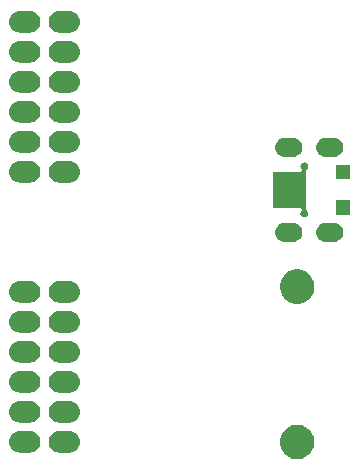
<source format=gbs>
G04 #@! TF.GenerationSoftware,KiCad,Pcbnew,5.1.1*
G04 #@! TF.CreationDate,2019-05-05T16:22:27-07:00*
G04 #@! TF.ProjectId,pmod-usb-analyser-openvizla,706d6f64-2d75-4736-922d-616e616c7973,rev?*
G04 #@! TF.SameCoordinates,PX26449c8PY4c8cf18*
G04 #@! TF.FileFunction,Soldermask,Bot*
G04 #@! TF.FilePolarity,Negative*
%FSLAX46Y46*%
G04 Gerber Fmt 4.6, Leading zero omitted, Abs format (unit mm)*
G04 Created by KiCad (PCBNEW 5.1.1) date 2019-05-05 16:22:27*
%MOMM*%
%LPD*%
G04 APERTURE LIST*
%ADD10C,0.100000*%
G04 APERTURE END LIST*
D10*
G36*
X26141349Y4199547D02*
G01*
X26407178Y4089437D01*
X26407180Y4089436D01*
X26646421Y3929580D01*
X26849879Y3726122D01*
X27009735Y3486881D01*
X27009736Y3486879D01*
X27119846Y3221050D01*
X27175979Y2938848D01*
X27175979Y2651112D01*
X27119846Y2368910D01*
X27009736Y2103081D01*
X27009735Y2103079D01*
X26849879Y1863838D01*
X26646421Y1660380D01*
X26407180Y1500524D01*
X26407179Y1500523D01*
X26407178Y1500523D01*
X26141349Y1390413D01*
X25859147Y1334280D01*
X25571411Y1334280D01*
X25289209Y1390413D01*
X25023380Y1500523D01*
X25023379Y1500523D01*
X25023378Y1500524D01*
X24784137Y1660380D01*
X24580679Y1863838D01*
X24420823Y2103079D01*
X24420822Y2103081D01*
X24310712Y2368910D01*
X24254579Y2651112D01*
X24254579Y2938848D01*
X24310712Y3221050D01*
X24420822Y3486879D01*
X24420823Y3486881D01*
X24580679Y3726122D01*
X24784137Y3929580D01*
X25023378Y4089436D01*
X25023380Y4089437D01*
X25289209Y4199547D01*
X25571411Y4255680D01*
X25859147Y4255680D01*
X26141349Y4199547D01*
X26141349Y4199547D01*
G37*
G36*
X6523523Y3693561D02*
G01*
X6589707Y3687043D01*
X6759546Y3635523D01*
X6916071Y3551858D01*
X6951809Y3522528D01*
X7053266Y3439266D01*
X7136528Y3337809D01*
X7165858Y3302071D01*
X7249523Y3145546D01*
X7301043Y2975707D01*
X7318439Y2799080D01*
X7301043Y2622453D01*
X7249523Y2452614D01*
X7165858Y2296089D01*
X7136528Y2260351D01*
X7053266Y2158894D01*
X6951809Y2075632D01*
X6916071Y2046302D01*
X6759546Y1962637D01*
X6589707Y1911117D01*
X6523523Y1904599D01*
X6457340Y1898080D01*
X5528820Y1898080D01*
X5462637Y1904599D01*
X5396453Y1911117D01*
X5226614Y1962637D01*
X5070089Y2046302D01*
X5034351Y2075632D01*
X4932894Y2158894D01*
X4849632Y2260351D01*
X4820302Y2296089D01*
X4736637Y2452614D01*
X4685117Y2622453D01*
X4667721Y2799080D01*
X4685117Y2975707D01*
X4736637Y3145546D01*
X4820302Y3302071D01*
X4849632Y3337809D01*
X4932894Y3439266D01*
X5034351Y3522528D01*
X5070089Y3551858D01*
X5226614Y3635523D01*
X5396453Y3687043D01*
X5462637Y3693561D01*
X5528820Y3700080D01*
X6457340Y3700080D01*
X6523523Y3693561D01*
X6523523Y3693561D01*
G37*
G36*
X3183523Y3693561D02*
G01*
X3249707Y3687043D01*
X3419546Y3635523D01*
X3576071Y3551858D01*
X3611809Y3522528D01*
X3713266Y3439266D01*
X3796528Y3337809D01*
X3825858Y3302071D01*
X3909523Y3145546D01*
X3961043Y2975707D01*
X3978439Y2799080D01*
X3961043Y2622453D01*
X3909523Y2452614D01*
X3825858Y2296089D01*
X3796528Y2260351D01*
X3713266Y2158894D01*
X3611809Y2075632D01*
X3576071Y2046302D01*
X3419546Y1962637D01*
X3249707Y1911117D01*
X3183523Y1904599D01*
X3117340Y1898080D01*
X2188820Y1898080D01*
X2122637Y1904599D01*
X2056453Y1911117D01*
X1886614Y1962637D01*
X1730089Y2046302D01*
X1694351Y2075632D01*
X1592894Y2158894D01*
X1509632Y2260351D01*
X1480302Y2296089D01*
X1396637Y2452614D01*
X1345117Y2622453D01*
X1327721Y2799080D01*
X1345117Y2975707D01*
X1396637Y3145546D01*
X1480302Y3302071D01*
X1509632Y3337809D01*
X1592894Y3439266D01*
X1694351Y3522528D01*
X1730089Y3551858D01*
X1886614Y3635523D01*
X2056453Y3687043D01*
X2122637Y3693561D01*
X2188820Y3700080D01*
X3117340Y3700080D01*
X3183523Y3693561D01*
X3183523Y3693561D01*
G37*
G36*
X6523522Y6233562D02*
G01*
X6589707Y6227043D01*
X6759546Y6175523D01*
X6916071Y6091858D01*
X6951809Y6062528D01*
X7053266Y5979266D01*
X7136528Y5877809D01*
X7165858Y5842071D01*
X7249523Y5685546D01*
X7301043Y5515707D01*
X7318439Y5339080D01*
X7301043Y5162453D01*
X7249523Y4992614D01*
X7165858Y4836089D01*
X7136528Y4800351D01*
X7053266Y4698894D01*
X6951809Y4615632D01*
X6916071Y4586302D01*
X6759546Y4502637D01*
X6589707Y4451117D01*
X6523522Y4444598D01*
X6457340Y4438080D01*
X5528820Y4438080D01*
X5462638Y4444598D01*
X5396453Y4451117D01*
X5226614Y4502637D01*
X5070089Y4586302D01*
X5034351Y4615632D01*
X4932894Y4698894D01*
X4849632Y4800351D01*
X4820302Y4836089D01*
X4736637Y4992614D01*
X4685117Y5162453D01*
X4667721Y5339080D01*
X4685117Y5515707D01*
X4736637Y5685546D01*
X4820302Y5842071D01*
X4849632Y5877809D01*
X4932894Y5979266D01*
X5034351Y6062528D01*
X5070089Y6091858D01*
X5226614Y6175523D01*
X5396453Y6227043D01*
X5462638Y6233562D01*
X5528820Y6240080D01*
X6457340Y6240080D01*
X6523522Y6233562D01*
X6523522Y6233562D01*
G37*
G36*
X3183522Y6233562D02*
G01*
X3249707Y6227043D01*
X3419546Y6175523D01*
X3576071Y6091858D01*
X3611809Y6062528D01*
X3713266Y5979266D01*
X3796528Y5877809D01*
X3825858Y5842071D01*
X3909523Y5685546D01*
X3961043Y5515707D01*
X3978439Y5339080D01*
X3961043Y5162453D01*
X3909523Y4992614D01*
X3825858Y4836089D01*
X3796528Y4800351D01*
X3713266Y4698894D01*
X3611809Y4615632D01*
X3576071Y4586302D01*
X3419546Y4502637D01*
X3249707Y4451117D01*
X3183522Y4444598D01*
X3117340Y4438080D01*
X2188820Y4438080D01*
X2122638Y4444598D01*
X2056453Y4451117D01*
X1886614Y4502637D01*
X1730089Y4586302D01*
X1694351Y4615632D01*
X1592894Y4698894D01*
X1509632Y4800351D01*
X1480302Y4836089D01*
X1396637Y4992614D01*
X1345117Y5162453D01*
X1327721Y5339080D01*
X1345117Y5515707D01*
X1396637Y5685546D01*
X1480302Y5842071D01*
X1509632Y5877809D01*
X1592894Y5979266D01*
X1694351Y6062528D01*
X1730089Y6091858D01*
X1886614Y6175523D01*
X2056453Y6227043D01*
X2122638Y6233562D01*
X2188820Y6240080D01*
X3117340Y6240080D01*
X3183522Y6233562D01*
X3183522Y6233562D01*
G37*
G36*
X3183523Y8773561D02*
G01*
X3249707Y8767043D01*
X3419546Y8715523D01*
X3576071Y8631858D01*
X3611809Y8602528D01*
X3713266Y8519266D01*
X3796528Y8417809D01*
X3825858Y8382071D01*
X3909523Y8225546D01*
X3961043Y8055707D01*
X3978439Y7879080D01*
X3961043Y7702453D01*
X3909523Y7532614D01*
X3825858Y7376089D01*
X3796528Y7340351D01*
X3713266Y7238894D01*
X3611809Y7155632D01*
X3576071Y7126302D01*
X3419546Y7042637D01*
X3249707Y6991117D01*
X3183523Y6984599D01*
X3117340Y6978080D01*
X2188820Y6978080D01*
X2122637Y6984599D01*
X2056453Y6991117D01*
X1886614Y7042637D01*
X1730089Y7126302D01*
X1694351Y7155632D01*
X1592894Y7238894D01*
X1509632Y7340351D01*
X1480302Y7376089D01*
X1396637Y7532614D01*
X1345117Y7702453D01*
X1327721Y7879080D01*
X1345117Y8055707D01*
X1396637Y8225546D01*
X1480302Y8382071D01*
X1509632Y8417809D01*
X1592894Y8519266D01*
X1694351Y8602528D01*
X1730089Y8631858D01*
X1886614Y8715523D01*
X2056453Y8767043D01*
X2122637Y8773561D01*
X2188820Y8780080D01*
X3117340Y8780080D01*
X3183523Y8773561D01*
X3183523Y8773561D01*
G37*
G36*
X6523523Y8773561D02*
G01*
X6589707Y8767043D01*
X6759546Y8715523D01*
X6916071Y8631858D01*
X6951809Y8602528D01*
X7053266Y8519266D01*
X7136528Y8417809D01*
X7165858Y8382071D01*
X7249523Y8225546D01*
X7301043Y8055707D01*
X7318439Y7879080D01*
X7301043Y7702453D01*
X7249523Y7532614D01*
X7165858Y7376089D01*
X7136528Y7340351D01*
X7053266Y7238894D01*
X6951809Y7155632D01*
X6916071Y7126302D01*
X6759546Y7042637D01*
X6589707Y6991117D01*
X6523523Y6984599D01*
X6457340Y6978080D01*
X5528820Y6978080D01*
X5462637Y6984599D01*
X5396453Y6991117D01*
X5226614Y7042637D01*
X5070089Y7126302D01*
X5034351Y7155632D01*
X4932894Y7238894D01*
X4849632Y7340351D01*
X4820302Y7376089D01*
X4736637Y7532614D01*
X4685117Y7702453D01*
X4667721Y7879080D01*
X4685117Y8055707D01*
X4736637Y8225546D01*
X4820302Y8382071D01*
X4849632Y8417809D01*
X4932894Y8519266D01*
X5034351Y8602528D01*
X5070089Y8631858D01*
X5226614Y8715523D01*
X5396453Y8767043D01*
X5462637Y8773561D01*
X5528820Y8780080D01*
X6457340Y8780080D01*
X6523523Y8773561D01*
X6523523Y8773561D01*
G37*
G36*
X6523523Y11313561D02*
G01*
X6589707Y11307043D01*
X6759546Y11255523D01*
X6916071Y11171858D01*
X6951809Y11142528D01*
X7053266Y11059266D01*
X7136528Y10957809D01*
X7165858Y10922071D01*
X7249523Y10765546D01*
X7301043Y10595707D01*
X7318439Y10419080D01*
X7301043Y10242453D01*
X7249523Y10072614D01*
X7165858Y9916089D01*
X7136528Y9880351D01*
X7053266Y9778894D01*
X6951809Y9695632D01*
X6916071Y9666302D01*
X6759546Y9582637D01*
X6589707Y9531117D01*
X6523523Y9524599D01*
X6457340Y9518080D01*
X5528820Y9518080D01*
X5462637Y9524599D01*
X5396453Y9531117D01*
X5226614Y9582637D01*
X5070089Y9666302D01*
X5034351Y9695632D01*
X4932894Y9778894D01*
X4849632Y9880351D01*
X4820302Y9916089D01*
X4736637Y10072614D01*
X4685117Y10242453D01*
X4667721Y10419080D01*
X4685117Y10595707D01*
X4736637Y10765546D01*
X4820302Y10922071D01*
X4849632Y10957809D01*
X4932894Y11059266D01*
X5034351Y11142528D01*
X5070089Y11171858D01*
X5226614Y11255523D01*
X5396453Y11307043D01*
X5462637Y11313561D01*
X5528820Y11320080D01*
X6457340Y11320080D01*
X6523523Y11313561D01*
X6523523Y11313561D01*
G37*
G36*
X3183523Y11313561D02*
G01*
X3249707Y11307043D01*
X3419546Y11255523D01*
X3576071Y11171858D01*
X3611809Y11142528D01*
X3713266Y11059266D01*
X3796528Y10957809D01*
X3825858Y10922071D01*
X3909523Y10765546D01*
X3961043Y10595707D01*
X3978439Y10419080D01*
X3961043Y10242453D01*
X3909523Y10072614D01*
X3825858Y9916089D01*
X3796528Y9880351D01*
X3713266Y9778894D01*
X3611809Y9695632D01*
X3576071Y9666302D01*
X3419546Y9582637D01*
X3249707Y9531117D01*
X3183523Y9524599D01*
X3117340Y9518080D01*
X2188820Y9518080D01*
X2122637Y9524599D01*
X2056453Y9531117D01*
X1886614Y9582637D01*
X1730089Y9666302D01*
X1694351Y9695632D01*
X1592894Y9778894D01*
X1509632Y9880351D01*
X1480302Y9916089D01*
X1396637Y10072614D01*
X1345117Y10242453D01*
X1327721Y10419080D01*
X1345117Y10595707D01*
X1396637Y10765546D01*
X1480302Y10922071D01*
X1509632Y10957809D01*
X1592894Y11059266D01*
X1694351Y11142528D01*
X1730089Y11171858D01*
X1886614Y11255523D01*
X2056453Y11307043D01*
X2122637Y11313561D01*
X2188820Y11320080D01*
X3117340Y11320080D01*
X3183523Y11313561D01*
X3183523Y11313561D01*
G37*
G36*
X6523523Y13853561D02*
G01*
X6589707Y13847043D01*
X6759546Y13795523D01*
X6916071Y13711858D01*
X6951809Y13682528D01*
X7053266Y13599266D01*
X7136528Y13497809D01*
X7165858Y13462071D01*
X7249523Y13305546D01*
X7301043Y13135707D01*
X7318439Y12959080D01*
X7301043Y12782453D01*
X7249523Y12612614D01*
X7165858Y12456089D01*
X7136528Y12420351D01*
X7053266Y12318894D01*
X6951809Y12235632D01*
X6916071Y12206302D01*
X6759546Y12122637D01*
X6589707Y12071117D01*
X6523523Y12064599D01*
X6457340Y12058080D01*
X5528820Y12058080D01*
X5462637Y12064599D01*
X5396453Y12071117D01*
X5226614Y12122637D01*
X5070089Y12206302D01*
X5034351Y12235632D01*
X4932894Y12318894D01*
X4849632Y12420351D01*
X4820302Y12456089D01*
X4736637Y12612614D01*
X4685117Y12782453D01*
X4667721Y12959080D01*
X4685117Y13135707D01*
X4736637Y13305546D01*
X4820302Y13462071D01*
X4849632Y13497809D01*
X4932894Y13599266D01*
X5034351Y13682528D01*
X5070089Y13711858D01*
X5226614Y13795523D01*
X5396453Y13847043D01*
X5462637Y13853561D01*
X5528820Y13860080D01*
X6457340Y13860080D01*
X6523523Y13853561D01*
X6523523Y13853561D01*
G37*
G36*
X3183523Y13853561D02*
G01*
X3249707Y13847043D01*
X3419546Y13795523D01*
X3576071Y13711858D01*
X3611809Y13682528D01*
X3713266Y13599266D01*
X3796528Y13497809D01*
X3825858Y13462071D01*
X3909523Y13305546D01*
X3961043Y13135707D01*
X3978439Y12959080D01*
X3961043Y12782453D01*
X3909523Y12612614D01*
X3825858Y12456089D01*
X3796528Y12420351D01*
X3713266Y12318894D01*
X3611809Y12235632D01*
X3576071Y12206302D01*
X3419546Y12122637D01*
X3249707Y12071117D01*
X3183523Y12064599D01*
X3117340Y12058080D01*
X2188820Y12058080D01*
X2122637Y12064599D01*
X2056453Y12071117D01*
X1886614Y12122637D01*
X1730089Y12206302D01*
X1694351Y12235632D01*
X1592894Y12318894D01*
X1509632Y12420351D01*
X1480302Y12456089D01*
X1396637Y12612614D01*
X1345117Y12782453D01*
X1327721Y12959080D01*
X1345117Y13135707D01*
X1396637Y13305546D01*
X1480302Y13462071D01*
X1509632Y13497809D01*
X1592894Y13599266D01*
X1694351Y13682528D01*
X1730089Y13711858D01*
X1886614Y13795523D01*
X2056453Y13847043D01*
X2122637Y13853561D01*
X2188820Y13860080D01*
X3117340Y13860080D01*
X3183523Y13853561D01*
X3183523Y13853561D01*
G37*
G36*
X26141349Y17339547D02*
G01*
X26407178Y17229437D01*
X26407180Y17229436D01*
X26646421Y17069580D01*
X26849879Y16866122D01*
X26849880Y16866120D01*
X27009736Y16626879D01*
X27119846Y16361050D01*
X27175979Y16078848D01*
X27175979Y15791112D01*
X27119846Y15508910D01*
X27042613Y15322453D01*
X27009735Y15243079D01*
X26849879Y15003838D01*
X26646421Y14800380D01*
X26407180Y14640524D01*
X26407179Y14640523D01*
X26407178Y14640523D01*
X26141349Y14530413D01*
X25859147Y14474280D01*
X25571411Y14474280D01*
X25289209Y14530413D01*
X25023380Y14640523D01*
X25023379Y14640523D01*
X25023378Y14640524D01*
X24784137Y14800380D01*
X24580679Y15003838D01*
X24420823Y15243079D01*
X24387945Y15322453D01*
X24310712Y15508910D01*
X24254579Y15791112D01*
X24254579Y16078848D01*
X24310712Y16361050D01*
X24420822Y16626879D01*
X24580678Y16866120D01*
X24580679Y16866122D01*
X24784137Y17069580D01*
X25023378Y17229436D01*
X25023380Y17229437D01*
X25289209Y17339547D01*
X25571411Y17395680D01*
X25859147Y17395680D01*
X26141349Y17339547D01*
X26141349Y17339547D01*
G37*
G36*
X6523522Y16393562D02*
G01*
X6589707Y16387043D01*
X6759546Y16335523D01*
X6916071Y16251858D01*
X6951809Y16222528D01*
X7053266Y16139266D01*
X7136528Y16037809D01*
X7165858Y16002071D01*
X7249523Y15845546D01*
X7301043Y15675707D01*
X7318439Y15499080D01*
X7301043Y15322453D01*
X7249523Y15152614D01*
X7165858Y14996089D01*
X7136528Y14960351D01*
X7053266Y14858894D01*
X6981965Y14800380D01*
X6916071Y14746302D01*
X6759546Y14662637D01*
X6589707Y14611117D01*
X6523522Y14604598D01*
X6457340Y14598080D01*
X5528820Y14598080D01*
X5462638Y14604598D01*
X5396453Y14611117D01*
X5226614Y14662637D01*
X5070089Y14746302D01*
X5004195Y14800380D01*
X4932894Y14858894D01*
X4849632Y14960351D01*
X4820302Y14996089D01*
X4736637Y15152614D01*
X4685117Y15322453D01*
X4667721Y15499080D01*
X4685117Y15675707D01*
X4736637Y15845546D01*
X4820302Y16002071D01*
X4849632Y16037809D01*
X4932894Y16139266D01*
X5034351Y16222528D01*
X5070089Y16251858D01*
X5226614Y16335523D01*
X5396453Y16387043D01*
X5462638Y16393562D01*
X5528820Y16400080D01*
X6457340Y16400080D01*
X6523522Y16393562D01*
X6523522Y16393562D01*
G37*
G36*
X3183522Y16393562D02*
G01*
X3249707Y16387043D01*
X3419546Y16335523D01*
X3576071Y16251858D01*
X3611809Y16222528D01*
X3713266Y16139266D01*
X3796528Y16037809D01*
X3825858Y16002071D01*
X3909523Y15845546D01*
X3961043Y15675707D01*
X3978439Y15499080D01*
X3961043Y15322453D01*
X3909523Y15152614D01*
X3825858Y14996089D01*
X3796528Y14960351D01*
X3713266Y14858894D01*
X3641965Y14800380D01*
X3576071Y14746302D01*
X3419546Y14662637D01*
X3249707Y14611117D01*
X3183522Y14604598D01*
X3117340Y14598080D01*
X2188820Y14598080D01*
X2122638Y14604598D01*
X2056453Y14611117D01*
X1886614Y14662637D01*
X1730089Y14746302D01*
X1664195Y14800380D01*
X1592894Y14858894D01*
X1509632Y14960351D01*
X1480302Y14996089D01*
X1396637Y15152614D01*
X1345117Y15322453D01*
X1327721Y15499080D01*
X1345117Y15675707D01*
X1396637Y15845546D01*
X1480302Y16002071D01*
X1509632Y16037809D01*
X1592894Y16139266D01*
X1694351Y16222528D01*
X1730089Y16251858D01*
X1886614Y16335523D01*
X2056453Y16387043D01*
X2122638Y16393562D01*
X2188820Y16400080D01*
X3117340Y16400080D01*
X3183522Y16393562D01*
X3183522Y16393562D01*
G37*
G36*
X25420651Y21332217D02*
G01*
X25499103Y21324490D01*
X25599762Y21293955D01*
X25650093Y21278688D01*
X25789245Y21204309D01*
X25911213Y21104213D01*
X26011309Y20982245D01*
X26085688Y20843093D01*
X26085688Y20843092D01*
X26131490Y20692103D01*
X26146955Y20535080D01*
X26131490Y20378057D01*
X26100955Y20277398D01*
X26085688Y20227067D01*
X26011309Y20087915D01*
X25911213Y19965947D01*
X25789245Y19865851D01*
X25650093Y19791472D01*
X25599762Y19776205D01*
X25499103Y19745670D01*
X25420651Y19737943D01*
X25381426Y19734080D01*
X24602734Y19734080D01*
X24563509Y19737943D01*
X24485057Y19745670D01*
X24384398Y19776205D01*
X24334067Y19791472D01*
X24194915Y19865851D01*
X24072947Y19965947D01*
X23972851Y20087915D01*
X23898472Y20227067D01*
X23883205Y20277398D01*
X23852670Y20378057D01*
X23837205Y20535080D01*
X23852670Y20692103D01*
X23898472Y20843092D01*
X23898472Y20843093D01*
X23972851Y20982245D01*
X24072947Y21104213D01*
X24194915Y21204309D01*
X24334067Y21278688D01*
X24384398Y21293955D01*
X24485057Y21324490D01*
X24563509Y21332217D01*
X24602734Y21336080D01*
X25381426Y21336080D01*
X25420651Y21332217D01*
X25420651Y21332217D01*
G37*
G36*
X28890651Y21332217D02*
G01*
X28969103Y21324490D01*
X29069762Y21293955D01*
X29120093Y21278688D01*
X29259245Y21204309D01*
X29381213Y21104213D01*
X29481309Y20982245D01*
X29555688Y20843093D01*
X29555688Y20843092D01*
X29601490Y20692103D01*
X29616955Y20535080D01*
X29601490Y20378057D01*
X29570955Y20277398D01*
X29555688Y20227067D01*
X29481309Y20087915D01*
X29381213Y19965947D01*
X29259245Y19865851D01*
X29120093Y19791472D01*
X29069762Y19776205D01*
X28969103Y19745670D01*
X28890651Y19737943D01*
X28851426Y19734080D01*
X28072734Y19734080D01*
X28033509Y19737943D01*
X27955057Y19745670D01*
X27854398Y19776205D01*
X27804067Y19791472D01*
X27664915Y19865851D01*
X27542947Y19965947D01*
X27442851Y20087915D01*
X27368472Y20227067D01*
X27353205Y20277398D01*
X27322670Y20378057D01*
X27307205Y20535080D01*
X27322670Y20692103D01*
X27368472Y20843092D01*
X27368472Y20843093D01*
X27442851Y20982245D01*
X27542947Y21104213D01*
X27664915Y21204309D01*
X27804067Y21278688D01*
X27854398Y21293955D01*
X27955057Y21324490D01*
X28033509Y21332217D01*
X28072734Y21336080D01*
X28851426Y21336080D01*
X28890651Y21332217D01*
X28890651Y21332217D01*
G37*
G36*
X26407171Y26448552D02*
G01*
X26466500Y26423977D01*
X26519890Y26388303D01*
X26565303Y26342890D01*
X26600977Y26289500D01*
X26625552Y26230171D01*
X26638080Y26167188D01*
X26638080Y26102972D01*
X26625552Y26039989D01*
X26600977Y25980660D01*
X26565303Y25927270D01*
X26519893Y25881860D01*
X26483630Y25857629D01*
X26464692Y25842087D01*
X26449147Y25823146D01*
X26437595Y25801535D01*
X26430482Y25778086D01*
X26428080Y25753699D01*
X26428080Y22516461D01*
X26430482Y22492075D01*
X26437595Y22468626D01*
X26449146Y22447015D01*
X26464691Y22428073D01*
X26483630Y22412531D01*
X26517895Y22389635D01*
X26519893Y22388300D01*
X26565303Y22342890D01*
X26600977Y22289500D01*
X26625552Y22230171D01*
X26638080Y22167188D01*
X26638080Y22102972D01*
X26625552Y22039989D01*
X26600977Y21980660D01*
X26565303Y21927270D01*
X26519890Y21881857D01*
X26466500Y21846183D01*
X26407171Y21821608D01*
X26344188Y21809080D01*
X26279972Y21809080D01*
X26216989Y21821608D01*
X26157660Y21846183D01*
X26104270Y21881857D01*
X26058857Y21927270D01*
X26023183Y21980660D01*
X25998608Y22039989D01*
X25986080Y22102972D01*
X25986080Y22167188D01*
X25998608Y22230171D01*
X26023183Y22289500D01*
X26058857Y22342890D01*
X26086660Y22370693D01*
X26102205Y22389635D01*
X26113756Y22411246D01*
X26120869Y22434695D01*
X26123271Y22459081D01*
X26120869Y22483467D01*
X26113756Y22506916D01*
X26102205Y22528527D01*
X26086660Y22547469D01*
X26067718Y22563014D01*
X26046107Y22574565D01*
X26022658Y22581678D01*
X25998272Y22584080D01*
X23676080Y22584080D01*
X23676080Y25686080D01*
X25998272Y25686080D01*
X26022658Y25688482D01*
X26046107Y25695595D01*
X26067718Y25707146D01*
X26086660Y25722691D01*
X26102205Y25741633D01*
X26113756Y25763244D01*
X26120869Y25786693D01*
X26123271Y25811079D01*
X26120869Y25835465D01*
X26113756Y25858914D01*
X26102205Y25880525D01*
X26086660Y25899467D01*
X26058857Y25927270D01*
X26023183Y25980660D01*
X25998608Y26039989D01*
X25986080Y26102972D01*
X25986080Y26167188D01*
X25998608Y26230171D01*
X26023183Y26289500D01*
X26058857Y26342890D01*
X26104270Y26388303D01*
X26157660Y26423977D01*
X26216989Y26448552D01*
X26279972Y26461080D01*
X26344188Y26461080D01*
X26407171Y26448552D01*
X26407171Y26448552D01*
G37*
G36*
X30213080Y22034080D02*
G01*
X29011080Y22034080D01*
X29011080Y23236080D01*
X30213080Y23236080D01*
X30213080Y22034080D01*
X30213080Y22034080D01*
G37*
G36*
X3183522Y26553562D02*
G01*
X3249707Y26547043D01*
X3419546Y26495523D01*
X3576071Y26411858D01*
X3604776Y26388300D01*
X3713266Y26299266D01*
X3796528Y26197809D01*
X3825858Y26162071D01*
X3909523Y26005546D01*
X3961043Y25835707D01*
X3978439Y25659080D01*
X3961043Y25482453D01*
X3909523Y25312614D01*
X3825858Y25156089D01*
X3796528Y25120351D01*
X3713266Y25018894D01*
X3611809Y24935632D01*
X3576071Y24906302D01*
X3419546Y24822637D01*
X3249707Y24771117D01*
X3183522Y24764598D01*
X3117340Y24758080D01*
X2188820Y24758080D01*
X2122638Y24764598D01*
X2056453Y24771117D01*
X1886614Y24822637D01*
X1730089Y24906302D01*
X1694351Y24935632D01*
X1592894Y25018894D01*
X1509632Y25120351D01*
X1480302Y25156089D01*
X1396637Y25312614D01*
X1345117Y25482453D01*
X1327721Y25659080D01*
X1345117Y25835707D01*
X1396637Y26005546D01*
X1480302Y26162071D01*
X1509632Y26197809D01*
X1592894Y26299266D01*
X1701384Y26388300D01*
X1730089Y26411858D01*
X1886614Y26495523D01*
X2056453Y26547043D01*
X2122638Y26553562D01*
X2188820Y26560080D01*
X3117340Y26560080D01*
X3183522Y26553562D01*
X3183522Y26553562D01*
G37*
G36*
X6523522Y26553562D02*
G01*
X6589707Y26547043D01*
X6759546Y26495523D01*
X6916071Y26411858D01*
X6944776Y26388300D01*
X7053266Y26299266D01*
X7136528Y26197809D01*
X7165858Y26162071D01*
X7249523Y26005546D01*
X7301043Y25835707D01*
X7318439Y25659080D01*
X7301043Y25482453D01*
X7249523Y25312614D01*
X7165858Y25156089D01*
X7136528Y25120351D01*
X7053266Y25018894D01*
X6951809Y24935632D01*
X6916071Y24906302D01*
X6759546Y24822637D01*
X6589707Y24771117D01*
X6523522Y24764598D01*
X6457340Y24758080D01*
X5528820Y24758080D01*
X5462638Y24764598D01*
X5396453Y24771117D01*
X5226614Y24822637D01*
X5070089Y24906302D01*
X5034351Y24935632D01*
X4932894Y25018894D01*
X4849632Y25120351D01*
X4820302Y25156089D01*
X4736637Y25312614D01*
X4685117Y25482453D01*
X4667721Y25659080D01*
X4685117Y25835707D01*
X4736637Y26005546D01*
X4820302Y26162071D01*
X4849632Y26197809D01*
X4932894Y26299266D01*
X5041384Y26388300D01*
X5070089Y26411858D01*
X5226614Y26495523D01*
X5396453Y26547043D01*
X5462638Y26553562D01*
X5528820Y26560080D01*
X6457340Y26560080D01*
X6523522Y26553562D01*
X6523522Y26553562D01*
G37*
G36*
X30213080Y25034080D02*
G01*
X29011080Y25034080D01*
X29011080Y26236080D01*
X30213080Y26236080D01*
X30213080Y25034080D01*
X30213080Y25034080D01*
G37*
G36*
X25420651Y28532217D02*
G01*
X25499103Y28524490D01*
X25599762Y28493955D01*
X25650093Y28478688D01*
X25789245Y28404309D01*
X25911213Y28304213D01*
X26011309Y28182245D01*
X26085688Y28043093D01*
X26085688Y28043092D01*
X26131490Y27892103D01*
X26146955Y27735080D01*
X26131490Y27578057D01*
X26100955Y27477398D01*
X26085688Y27427067D01*
X26011309Y27287915D01*
X25911213Y27165947D01*
X25789245Y27065851D01*
X25650093Y26991472D01*
X25599762Y26976205D01*
X25499103Y26945670D01*
X25420651Y26937943D01*
X25381426Y26934080D01*
X24602734Y26934080D01*
X24563509Y26937943D01*
X24485057Y26945670D01*
X24384398Y26976205D01*
X24334067Y26991472D01*
X24194915Y27065851D01*
X24072947Y27165947D01*
X23972851Y27287915D01*
X23898472Y27427067D01*
X23883205Y27477398D01*
X23852670Y27578057D01*
X23837205Y27735080D01*
X23852670Y27892103D01*
X23898472Y28043092D01*
X23898472Y28043093D01*
X23972851Y28182245D01*
X24072947Y28304213D01*
X24194915Y28404309D01*
X24334067Y28478688D01*
X24384398Y28493955D01*
X24485057Y28524490D01*
X24563509Y28532217D01*
X24602734Y28536080D01*
X25381426Y28536080D01*
X25420651Y28532217D01*
X25420651Y28532217D01*
G37*
G36*
X28890651Y28532217D02*
G01*
X28969103Y28524490D01*
X29069762Y28493955D01*
X29120093Y28478688D01*
X29259245Y28404309D01*
X29381213Y28304213D01*
X29481309Y28182245D01*
X29555688Y28043093D01*
X29555688Y28043092D01*
X29601490Y27892103D01*
X29616955Y27735080D01*
X29601490Y27578057D01*
X29570955Y27477398D01*
X29555688Y27427067D01*
X29481309Y27287915D01*
X29381213Y27165947D01*
X29259245Y27065851D01*
X29120093Y26991472D01*
X29069762Y26976205D01*
X28969103Y26945670D01*
X28890651Y26937943D01*
X28851426Y26934080D01*
X28072734Y26934080D01*
X28033509Y26937943D01*
X27955057Y26945670D01*
X27854398Y26976205D01*
X27804067Y26991472D01*
X27664915Y27065851D01*
X27542947Y27165947D01*
X27442851Y27287915D01*
X27368472Y27427067D01*
X27353205Y27477398D01*
X27322670Y27578057D01*
X27307205Y27735080D01*
X27322670Y27892103D01*
X27368472Y28043092D01*
X27368472Y28043093D01*
X27442851Y28182245D01*
X27542947Y28304213D01*
X27664915Y28404309D01*
X27804067Y28478688D01*
X27854398Y28493955D01*
X27955057Y28524490D01*
X28033509Y28532217D01*
X28072734Y28536080D01*
X28851426Y28536080D01*
X28890651Y28532217D01*
X28890651Y28532217D01*
G37*
G36*
X6523523Y29093561D02*
G01*
X6589707Y29087043D01*
X6759546Y29035523D01*
X6916071Y28951858D01*
X6951809Y28922528D01*
X7053266Y28839266D01*
X7136528Y28737809D01*
X7165858Y28702071D01*
X7249523Y28545546D01*
X7301043Y28375707D01*
X7318439Y28199080D01*
X7301043Y28022453D01*
X7249523Y27852614D01*
X7165858Y27696089D01*
X7136528Y27660351D01*
X7053266Y27558894D01*
X6951809Y27475632D01*
X6916071Y27446302D01*
X6759546Y27362637D01*
X6589707Y27311117D01*
X6523522Y27304598D01*
X6457340Y27298080D01*
X5528820Y27298080D01*
X5462638Y27304598D01*
X5396453Y27311117D01*
X5226614Y27362637D01*
X5070089Y27446302D01*
X5034351Y27475632D01*
X4932894Y27558894D01*
X4849632Y27660351D01*
X4820302Y27696089D01*
X4736637Y27852614D01*
X4685117Y28022453D01*
X4667721Y28199080D01*
X4685117Y28375707D01*
X4736637Y28545546D01*
X4820302Y28702071D01*
X4849632Y28737809D01*
X4932894Y28839266D01*
X5034351Y28922528D01*
X5070089Y28951858D01*
X5226614Y29035523D01*
X5396453Y29087043D01*
X5462637Y29093561D01*
X5528820Y29100080D01*
X6457340Y29100080D01*
X6523523Y29093561D01*
X6523523Y29093561D01*
G37*
G36*
X3183523Y29093561D02*
G01*
X3249707Y29087043D01*
X3419546Y29035523D01*
X3576071Y28951858D01*
X3611809Y28922528D01*
X3713266Y28839266D01*
X3796528Y28737809D01*
X3825858Y28702071D01*
X3909523Y28545546D01*
X3961043Y28375707D01*
X3978439Y28199080D01*
X3961043Y28022453D01*
X3909523Y27852614D01*
X3825858Y27696089D01*
X3796528Y27660351D01*
X3713266Y27558894D01*
X3611809Y27475632D01*
X3576071Y27446302D01*
X3419546Y27362637D01*
X3249707Y27311117D01*
X3183522Y27304598D01*
X3117340Y27298080D01*
X2188820Y27298080D01*
X2122638Y27304598D01*
X2056453Y27311117D01*
X1886614Y27362637D01*
X1730089Y27446302D01*
X1694351Y27475632D01*
X1592894Y27558894D01*
X1509632Y27660351D01*
X1480302Y27696089D01*
X1396637Y27852614D01*
X1345117Y28022453D01*
X1327721Y28199080D01*
X1345117Y28375707D01*
X1396637Y28545546D01*
X1480302Y28702071D01*
X1509632Y28737809D01*
X1592894Y28839266D01*
X1694351Y28922528D01*
X1730089Y28951858D01*
X1886614Y29035523D01*
X2056453Y29087043D01*
X2122637Y29093561D01*
X2188820Y29100080D01*
X3117340Y29100080D01*
X3183523Y29093561D01*
X3183523Y29093561D01*
G37*
G36*
X6523523Y31633561D02*
G01*
X6589707Y31627043D01*
X6759546Y31575523D01*
X6916071Y31491858D01*
X6951809Y31462528D01*
X7053266Y31379266D01*
X7136528Y31277809D01*
X7165858Y31242071D01*
X7249523Y31085546D01*
X7301043Y30915707D01*
X7318439Y30739080D01*
X7301043Y30562453D01*
X7249523Y30392614D01*
X7165858Y30236089D01*
X7136528Y30200351D01*
X7053266Y30098894D01*
X6951809Y30015632D01*
X6916071Y29986302D01*
X6759546Y29902637D01*
X6589707Y29851117D01*
X6523523Y29844599D01*
X6457340Y29838080D01*
X5528820Y29838080D01*
X5462638Y29844598D01*
X5396453Y29851117D01*
X5226614Y29902637D01*
X5070089Y29986302D01*
X5034351Y30015632D01*
X4932894Y30098894D01*
X4849632Y30200351D01*
X4820302Y30236089D01*
X4736637Y30392614D01*
X4685117Y30562453D01*
X4667721Y30739080D01*
X4685117Y30915707D01*
X4736637Y31085546D01*
X4820302Y31242071D01*
X4849632Y31277809D01*
X4932894Y31379266D01*
X5034351Y31462528D01*
X5070089Y31491858D01*
X5226614Y31575523D01*
X5396453Y31627043D01*
X5462637Y31633561D01*
X5528820Y31640080D01*
X6457340Y31640080D01*
X6523523Y31633561D01*
X6523523Y31633561D01*
G37*
G36*
X3183523Y31633561D02*
G01*
X3249707Y31627043D01*
X3419546Y31575523D01*
X3576071Y31491858D01*
X3611809Y31462528D01*
X3713266Y31379266D01*
X3796528Y31277809D01*
X3825858Y31242071D01*
X3909523Y31085546D01*
X3961043Y30915707D01*
X3978439Y30739080D01*
X3961043Y30562453D01*
X3909523Y30392614D01*
X3825858Y30236089D01*
X3796528Y30200351D01*
X3713266Y30098894D01*
X3611809Y30015632D01*
X3576071Y29986302D01*
X3419546Y29902637D01*
X3249707Y29851117D01*
X3183523Y29844599D01*
X3117340Y29838080D01*
X2188820Y29838080D01*
X2122638Y29844598D01*
X2056453Y29851117D01*
X1886614Y29902637D01*
X1730089Y29986302D01*
X1694351Y30015632D01*
X1592894Y30098894D01*
X1509632Y30200351D01*
X1480302Y30236089D01*
X1396637Y30392614D01*
X1345117Y30562453D01*
X1327721Y30739080D01*
X1345117Y30915707D01*
X1396637Y31085546D01*
X1480302Y31242071D01*
X1509632Y31277809D01*
X1592894Y31379266D01*
X1694351Y31462528D01*
X1730089Y31491858D01*
X1886614Y31575523D01*
X2056453Y31627043D01*
X2122637Y31633561D01*
X2188820Y31640080D01*
X3117340Y31640080D01*
X3183523Y31633561D01*
X3183523Y31633561D01*
G37*
G36*
X6523522Y34173562D02*
G01*
X6589707Y34167043D01*
X6759546Y34115523D01*
X6916071Y34031858D01*
X6951809Y34002528D01*
X7053266Y33919266D01*
X7136528Y33817809D01*
X7165858Y33782071D01*
X7249523Y33625546D01*
X7301043Y33455707D01*
X7318439Y33279080D01*
X7301043Y33102453D01*
X7249523Y32932614D01*
X7165858Y32776089D01*
X7136528Y32740351D01*
X7053266Y32638894D01*
X6951809Y32555632D01*
X6916071Y32526302D01*
X6759546Y32442637D01*
X6589707Y32391117D01*
X6523523Y32384599D01*
X6457340Y32378080D01*
X5528820Y32378080D01*
X5462637Y32384599D01*
X5396453Y32391117D01*
X5226614Y32442637D01*
X5070089Y32526302D01*
X5034351Y32555632D01*
X4932894Y32638894D01*
X4849632Y32740351D01*
X4820302Y32776089D01*
X4736637Y32932614D01*
X4685117Y33102453D01*
X4667721Y33279080D01*
X4685117Y33455707D01*
X4736637Y33625546D01*
X4820302Y33782071D01*
X4849632Y33817809D01*
X4932894Y33919266D01*
X5034351Y34002528D01*
X5070089Y34031858D01*
X5226614Y34115523D01*
X5396453Y34167043D01*
X5462638Y34173562D01*
X5528820Y34180080D01*
X6457340Y34180080D01*
X6523522Y34173562D01*
X6523522Y34173562D01*
G37*
G36*
X3183522Y34173562D02*
G01*
X3249707Y34167043D01*
X3419546Y34115523D01*
X3576071Y34031858D01*
X3611809Y34002528D01*
X3713266Y33919266D01*
X3796528Y33817809D01*
X3825858Y33782071D01*
X3909523Y33625546D01*
X3961043Y33455707D01*
X3978439Y33279080D01*
X3961043Y33102453D01*
X3909523Y32932614D01*
X3825858Y32776089D01*
X3796528Y32740351D01*
X3713266Y32638894D01*
X3611809Y32555632D01*
X3576071Y32526302D01*
X3419546Y32442637D01*
X3249707Y32391117D01*
X3183523Y32384599D01*
X3117340Y32378080D01*
X2188820Y32378080D01*
X2122637Y32384599D01*
X2056453Y32391117D01*
X1886614Y32442637D01*
X1730089Y32526302D01*
X1694351Y32555632D01*
X1592894Y32638894D01*
X1509632Y32740351D01*
X1480302Y32776089D01*
X1396637Y32932614D01*
X1345117Y33102453D01*
X1327721Y33279080D01*
X1345117Y33455707D01*
X1396637Y33625546D01*
X1480302Y33782071D01*
X1509632Y33817809D01*
X1592894Y33919266D01*
X1694351Y34002528D01*
X1730089Y34031858D01*
X1886614Y34115523D01*
X2056453Y34167043D01*
X2122638Y34173562D01*
X2188820Y34180080D01*
X3117340Y34180080D01*
X3183522Y34173562D01*
X3183522Y34173562D01*
G37*
G36*
X6523523Y36713561D02*
G01*
X6589707Y36707043D01*
X6759546Y36655523D01*
X6916071Y36571858D01*
X6951809Y36542528D01*
X7053266Y36459266D01*
X7136528Y36357809D01*
X7165858Y36322071D01*
X7249523Y36165546D01*
X7301043Y35995707D01*
X7318439Y35819080D01*
X7301043Y35642453D01*
X7249523Y35472614D01*
X7165858Y35316089D01*
X7136528Y35280351D01*
X7053266Y35178894D01*
X6951809Y35095632D01*
X6916071Y35066302D01*
X6759546Y34982637D01*
X6589707Y34931117D01*
X6523522Y34924598D01*
X6457340Y34918080D01*
X5528820Y34918080D01*
X5462638Y34924598D01*
X5396453Y34931117D01*
X5226614Y34982637D01*
X5070089Y35066302D01*
X5034351Y35095632D01*
X4932894Y35178894D01*
X4849632Y35280351D01*
X4820302Y35316089D01*
X4736637Y35472614D01*
X4685117Y35642453D01*
X4667721Y35819080D01*
X4685117Y35995707D01*
X4736637Y36165546D01*
X4820302Y36322071D01*
X4849632Y36357809D01*
X4932894Y36459266D01*
X5034351Y36542528D01*
X5070089Y36571858D01*
X5226614Y36655523D01*
X5396453Y36707043D01*
X5462637Y36713561D01*
X5528820Y36720080D01*
X6457340Y36720080D01*
X6523523Y36713561D01*
X6523523Y36713561D01*
G37*
G36*
X3183523Y36713561D02*
G01*
X3249707Y36707043D01*
X3419546Y36655523D01*
X3576071Y36571858D01*
X3611809Y36542528D01*
X3713266Y36459266D01*
X3796528Y36357809D01*
X3825858Y36322071D01*
X3909523Y36165546D01*
X3961043Y35995707D01*
X3978439Y35819080D01*
X3961043Y35642453D01*
X3909523Y35472614D01*
X3825858Y35316089D01*
X3796528Y35280351D01*
X3713266Y35178894D01*
X3611809Y35095632D01*
X3576071Y35066302D01*
X3419546Y34982637D01*
X3249707Y34931117D01*
X3183522Y34924598D01*
X3117340Y34918080D01*
X2188820Y34918080D01*
X2122638Y34924598D01*
X2056453Y34931117D01*
X1886614Y34982637D01*
X1730089Y35066302D01*
X1694351Y35095632D01*
X1592894Y35178894D01*
X1509632Y35280351D01*
X1480302Y35316089D01*
X1396637Y35472614D01*
X1345117Y35642453D01*
X1327721Y35819080D01*
X1345117Y35995707D01*
X1396637Y36165546D01*
X1480302Y36322071D01*
X1509632Y36357809D01*
X1592894Y36459266D01*
X1694351Y36542528D01*
X1730089Y36571858D01*
X1886614Y36655523D01*
X2056453Y36707043D01*
X2122637Y36713561D01*
X2188820Y36720080D01*
X3117340Y36720080D01*
X3183523Y36713561D01*
X3183523Y36713561D01*
G37*
G36*
X3183522Y39253562D02*
G01*
X3249707Y39247043D01*
X3419546Y39195523D01*
X3576071Y39111858D01*
X3611809Y39082528D01*
X3713266Y38999266D01*
X3796528Y38897809D01*
X3825858Y38862071D01*
X3909523Y38705546D01*
X3961043Y38535707D01*
X3978439Y38359080D01*
X3961043Y38182453D01*
X3909523Y38012614D01*
X3825858Y37856089D01*
X3796528Y37820351D01*
X3713266Y37718894D01*
X3611809Y37635632D01*
X3576071Y37606302D01*
X3419546Y37522637D01*
X3249707Y37471117D01*
X3183523Y37464599D01*
X3117340Y37458080D01*
X2188820Y37458080D01*
X2122637Y37464599D01*
X2056453Y37471117D01*
X1886614Y37522637D01*
X1730089Y37606302D01*
X1694351Y37635632D01*
X1592894Y37718894D01*
X1509632Y37820351D01*
X1480302Y37856089D01*
X1396637Y38012614D01*
X1345117Y38182453D01*
X1327721Y38359080D01*
X1345117Y38535707D01*
X1396637Y38705546D01*
X1480302Y38862071D01*
X1509632Y38897809D01*
X1592894Y38999266D01*
X1694351Y39082528D01*
X1730089Y39111858D01*
X1886614Y39195523D01*
X2056453Y39247043D01*
X2122638Y39253562D01*
X2188820Y39260080D01*
X3117340Y39260080D01*
X3183522Y39253562D01*
X3183522Y39253562D01*
G37*
G36*
X6523522Y39253562D02*
G01*
X6589707Y39247043D01*
X6759546Y39195523D01*
X6916071Y39111858D01*
X6951809Y39082528D01*
X7053266Y38999266D01*
X7136528Y38897809D01*
X7165858Y38862071D01*
X7249523Y38705546D01*
X7301043Y38535707D01*
X7318439Y38359080D01*
X7301043Y38182453D01*
X7249523Y38012614D01*
X7165858Y37856089D01*
X7136528Y37820351D01*
X7053266Y37718894D01*
X6951809Y37635632D01*
X6916071Y37606302D01*
X6759546Y37522637D01*
X6589707Y37471117D01*
X6523523Y37464599D01*
X6457340Y37458080D01*
X5528820Y37458080D01*
X5462637Y37464599D01*
X5396453Y37471117D01*
X5226614Y37522637D01*
X5070089Y37606302D01*
X5034351Y37635632D01*
X4932894Y37718894D01*
X4849632Y37820351D01*
X4820302Y37856089D01*
X4736637Y38012614D01*
X4685117Y38182453D01*
X4667721Y38359080D01*
X4685117Y38535707D01*
X4736637Y38705546D01*
X4820302Y38862071D01*
X4849632Y38897809D01*
X4932894Y38999266D01*
X5034351Y39082528D01*
X5070089Y39111858D01*
X5226614Y39195523D01*
X5396453Y39247043D01*
X5462638Y39253562D01*
X5528820Y39260080D01*
X6457340Y39260080D01*
X6523522Y39253562D01*
X6523522Y39253562D01*
G37*
M02*

</source>
